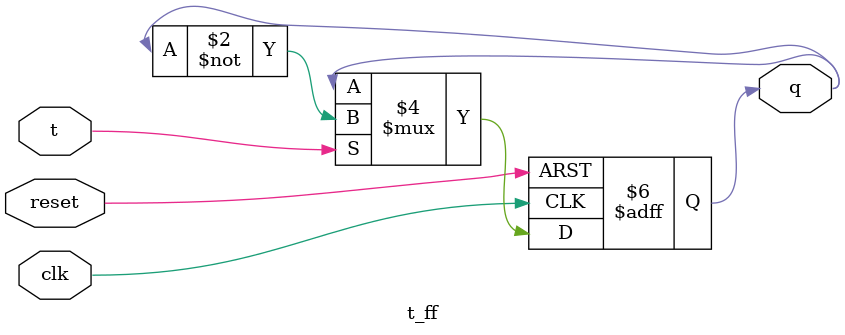
<source format=v>
module t_ff(clk,t,reset,q);
input clk,t,reset;
output q;
reg q;
always@ (posedge clk or posedge reset)
begin
  if (reset)
    q<=0;
else if (t)
   q<=~q;
else q<=q;
end
endmodule

</source>
